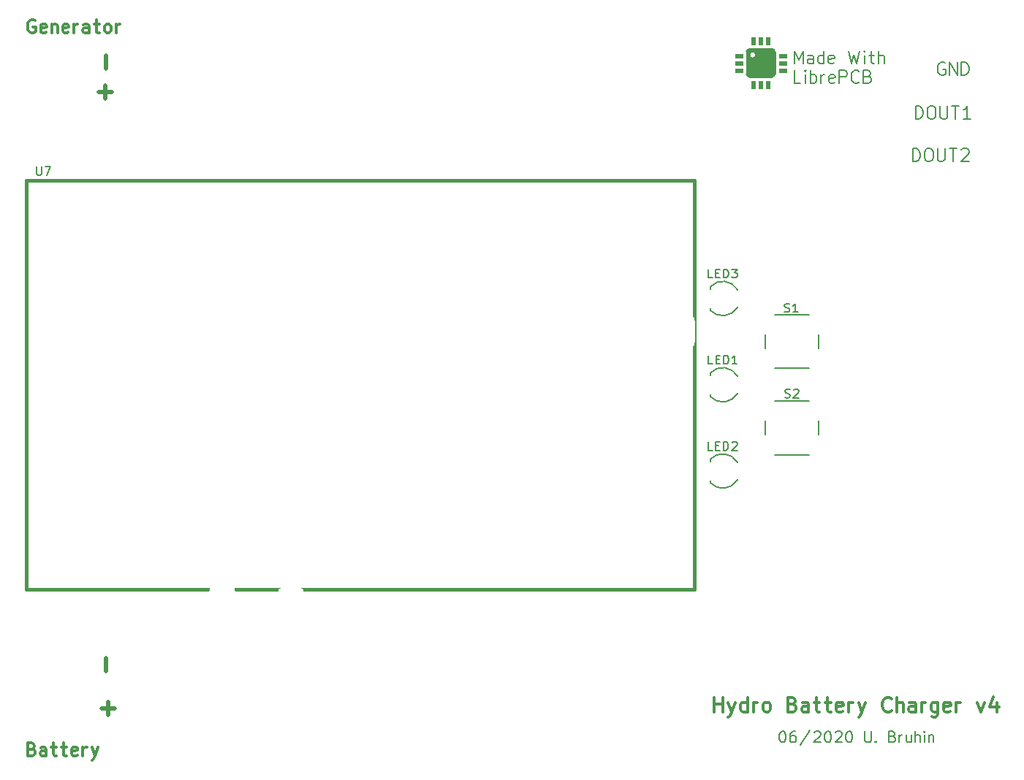
<source format=gto>
G04 --- HEADER BEGIN --- *
%TF.GenerationSoftware,LibrePCB,LibrePCB,0.1.4*%
%TF.CreationDate,2020-06-28T21:35:14*%
%TF.ProjectId,Hydro Battery Charger - default,71762d7e-e7f1-403c-8020-db9670c01e9b,v4*%
%TF.Part,Single*%
%FSLAX66Y66*%
%MOMM*%
G01*
G74*
G04 --- HEADER END --- *
G04 --- APERTURE LIST BEGIN --- *
%ADD10C,0.2*%
%ADD11C,0.0*%
%ADD12C,0.4*%
%ADD13C,0.5*%
%ADD14C,0.3*%
%ADD15C,1.7*%
%ADD16C,2.0*%
%ADD17R,2.39X1.787*%
%ADD18C,2.5*%
%ADD19O,3.2X2.0*%
%ADD20O,3.2X1.7*%
%ADD21O,4.2X3.0*%
%ADD22O,4.2X2.74*%
%ADD23C,4.2*%
%ADD24R,2.0X2.0*%
%ADD25R,1.787X2.39*%
%ADD26O,2.232X4.264*%
%ADD27O,2.39X1.787*%
%ADD28C,3.4*%
%ADD29C,2.7*%
%ADD30O,2.0X2.7*%
%ADD31R,2.0X2.7*%
%ADD32O,2.0X3.0*%
%ADD33O,3.0X4.2*%
%ADD34O,2.74X1.7*%
%ADD35O,2.0X3.2*%
%ADD36O,1.7X3.2*%
G04 --- APERTURE LIST END --- *
G04 --- BOARD BEGIN --- *
D10*
X80030000Y51100000D02*
X80030000Y51360000D01*
G75*
G02*
X83220000Y51000000I1461807J-1360238D01*
G01*
X80030000Y48900000D02*
X80030000Y48640000D01*
G03*
X83220000Y49000000I1461807J1360238D01*
G01*
X91500000Y41900000D02*
X87500000Y41900000D01*
X86400000Y44200000D02*
X86400000Y45800000D01*
X92600000Y45800000D02*
X92600000Y44200000D01*
X87500000Y48100000D02*
X91500000Y48100000D01*
D11*
X87999750Y86677500D02*
X88846750Y86677500D01*
X88846750Y86254500D01*
X87999750Y86254500D01*
X87999750Y86677500D01*
G36*
X87999750Y86677500D02*
X88846750Y86677500D01*
X88846750Y86254500D01*
X87999750Y86254500D01*
X87999750Y86677500D01*
G37*
X85672750Y89428500D02*
X86094750Y89428500D01*
X86094750Y90275500D01*
X85672750Y90275500D01*
X85672750Y89428500D01*
G36*
X85672750Y89428500D02*
X86094750Y89428500D01*
X86094750Y90275500D01*
X85672750Y90275500D01*
X85672750Y89428500D01*
G37*
X84825750Y89428500D02*
X85248750Y89428500D01*
X85248750Y90275500D01*
X84825750Y90275500D01*
X84825750Y89428500D01*
G36*
X84825750Y89428500D02*
X85248750Y89428500D01*
X85248750Y90275500D01*
X84825750Y90275500D01*
X84825750Y89428500D01*
G37*
X83767750Y88370500D02*
X82920750Y88370500D01*
X82920750Y87947500D01*
X83767750Y87947500D01*
X83767750Y88370500D01*
G36*
X83767750Y88370500D02*
X82920750Y88370500D01*
X82920750Y87947500D01*
X83767750Y87947500D01*
X83767750Y88370500D01*
G37*
X85672750Y85196500D02*
X86094750Y85196500D01*
X86094750Y84349500D01*
X85672750Y84349500D01*
X85672750Y85196500D01*
G36*
X85672750Y85196500D02*
X86094750Y85196500D01*
X86094750Y84349500D01*
X85672750Y84349500D01*
X85672750Y85196500D01*
G37*
X84613750Y89005500D02*
X87153750Y89005500D01*
G02*
X87576750Y88582500I0J-423000D01*
G01*
X87576750Y86042500D01*
G02*
X87153750Y85619500I-423000J0D01*
G01*
X84613750Y85619500D01*
G02*
X84190750Y86042500I0J423000D01*
G01*
X84190750Y88242500D01*
X84620750Y88242500D01*
G03*
X84953750Y87909100I333200J-200D01*
G01*
G03*
X85287150Y88242500I0J333400D01*
G01*
G03*
X84953750Y88575500I-333200J-200D01*
G01*
G03*
X84620750Y88242500I0J-333000D01*
G01*
X84190750Y88242500D01*
X84190750Y88582500D01*
G02*
X84613750Y89005500I423000J0D01*
G01*
G36*
X84613750Y89005500D02*
X87153750Y89005500D01*
G02*
X87576750Y88582500I0J-423000D01*
G01*
X87576750Y86042500D01*
G02*
X87153750Y85619500I-423000J0D01*
G01*
X84613750Y85619500D01*
G02*
X84190750Y86042500I0J423000D01*
G01*
X84190750Y88242500D01*
X84620750Y88242500D01*
G03*
X84953750Y87909100I333200J-200D01*
G01*
G03*
X85287150Y88242500I0J333400D01*
G01*
G03*
X84953750Y88575500I-333200J-200D01*
G01*
G03*
X84620750Y88242500I0J-333000D01*
G01*
X84190750Y88242500D01*
X84190750Y88582500D01*
G02*
X84613750Y89005500I423000J0D01*
G01*
G37*
X87999750Y88370500D02*
X88846750Y88370500D01*
X88846750Y87947500D01*
X87999750Y87947500D01*
X87999750Y88370500D01*
G36*
X87999750Y88370500D02*
X88846750Y88370500D01*
X88846750Y87947500D01*
X87999750Y87947500D01*
X87999750Y88370500D01*
G37*
X86518750Y89428500D02*
X86941750Y89428500D01*
X86941750Y90275500D01*
X86518750Y90275500D01*
X86518750Y89428500D01*
G36*
X86518750Y89428500D02*
X86941750Y89428500D01*
X86941750Y90275500D01*
X86518750Y90275500D01*
X86518750Y89428500D01*
G37*
X83767750Y87523500D02*
X82920750Y87523500D01*
X82920750Y87101500D01*
X83767750Y87101500D01*
X83767750Y87523500D01*
G36*
X83767750Y87523500D02*
X82920750Y87523500D01*
X82920750Y87101500D01*
X83767750Y87101500D01*
X83767750Y87523500D01*
G37*
X84825750Y85196500D02*
X85248750Y85196500D01*
X85248750Y84349500D01*
X84825750Y84349500D01*
X84825750Y85196500D01*
G36*
X84825750Y85196500D02*
X85248750Y85196500D01*
X85248750Y84349500D01*
X84825750Y84349500D01*
X84825750Y85196500D01*
G37*
X83767750Y86677500D02*
X82920750Y86677500D01*
X82920750Y86254500D01*
X83767750Y86254500D01*
X83767750Y86677500D01*
G36*
X83767750Y86677500D02*
X82920750Y86677500D01*
X82920750Y86254500D01*
X83767750Y86254500D01*
X83767750Y86677500D01*
G37*
X86518750Y85196500D02*
X86941750Y85196500D01*
X86941750Y84349500D01*
X86518750Y84349500D01*
X86518750Y85196500D01*
G36*
X86518750Y85196500D02*
X86941750Y85196500D01*
X86941750Y84349500D01*
X86518750Y84349500D01*
X86518750Y85196500D01*
G37*
X87999750Y87523500D02*
X88846750Y87523500D01*
X88846750Y87101500D01*
X87999750Y87101500D01*
X87999750Y87523500D01*
G36*
X87999750Y87523500D02*
X88846750Y87523500D01*
X88846750Y87101500D01*
X87999750Y87101500D01*
X87999750Y87523500D01*
G37*
D10*
X89796250Y87211250D02*
X89796250Y88711250D01*
X90296250Y87639583D01*
X90796250Y88711250D01*
X90796250Y87211250D01*
X92011250Y87211250D02*
X92011250Y87996250D01*
X91939583Y88139583D01*
X91796250Y88211250D01*
X91511250Y88211250D01*
X91367917Y88139583D01*
X92011250Y87282917D02*
X91867917Y87211250D01*
X91511250Y87211250D01*
X91367917Y87282917D01*
X91296250Y87426250D01*
X91296250Y87567917D01*
X91367917Y87711250D01*
X91511250Y87782917D01*
X91867917Y87782917D01*
X92011250Y87854583D01*
X93226250Y87211250D02*
X93226250Y88711250D01*
X93226250Y87282917D02*
X93082917Y87211250D01*
X92796250Y87211250D01*
X92654583Y87282917D01*
X92582917Y87354583D01*
X92511250Y87496250D01*
X92511250Y87926250D01*
X92582917Y88067917D01*
X92654583Y88139583D01*
X92796250Y88211250D01*
X93082917Y88211250D01*
X93226250Y88139583D01*
X94369583Y87282917D02*
X94226250Y87211250D01*
X93941250Y87211250D01*
X93797917Y87282917D01*
X93726250Y87426250D01*
X93726250Y87996250D01*
X93797917Y88139583D01*
X93941250Y88211250D01*
X94226250Y88211250D01*
X94369583Y88139583D01*
X94441250Y87996250D01*
X94441250Y87854583D01*
X93726250Y87711250D01*
X96041249Y88711250D02*
X96397916Y87211250D01*
X96684582Y88282917D01*
X96969582Y87211250D01*
X97326249Y88711250D01*
X97897916Y87211250D02*
X97897916Y88211250D01*
X97897916Y88711250D02*
X97826249Y88639583D01*
X97897916Y88567917D01*
X97969582Y88639583D01*
X97897916Y88711250D01*
X97897916Y88567917D01*
X98469582Y88211250D02*
X99041249Y88211250D01*
X98684582Y88711250D02*
X98684582Y87426250D01*
X98754582Y87282917D01*
X98897915Y87211250D01*
X99041249Y87211250D01*
X99541249Y87211250D02*
X99541249Y88711250D01*
X100184582Y87211250D02*
X100184582Y87996250D01*
X100112916Y88139583D01*
X99969582Y88211250D01*
X99756249Y88211250D01*
X99612916Y88139583D01*
X99541249Y88067917D01*
X90511250Y84961250D02*
X89796250Y84961250D01*
X89796250Y86461250D01*
X91082917Y84961250D02*
X91082917Y85961250D01*
X91082917Y86461250D02*
X91011250Y86389583D01*
X91082917Y86317917D01*
X91154583Y86389583D01*
X91082917Y86461250D01*
X91082917Y86317917D01*
X91654583Y84961250D02*
X91654583Y86461250D01*
X91654583Y85889583D02*
X91797916Y85961250D01*
X92082916Y85961250D01*
X92226250Y85889583D01*
X92297916Y85817917D01*
X92369583Y85676250D01*
X92369583Y85246250D01*
X92297916Y85104583D01*
X92226250Y85032917D01*
X92082916Y84961250D01*
X91797916Y84961250D01*
X91654583Y85032917D01*
X92869583Y84961250D02*
X92869583Y85961250D01*
X92869583Y85676250D02*
X92941250Y85817917D01*
X93012916Y85889583D01*
X93154583Y85961250D01*
X93297916Y85961250D01*
X94441249Y85032917D02*
X94297916Y84961250D01*
X94012916Y84961250D01*
X93869583Y85032917D01*
X93797916Y85176250D01*
X93797916Y85746250D01*
X93869583Y85889583D01*
X94012916Y85961250D01*
X94297916Y85961250D01*
X94441249Y85889583D01*
X94512916Y85746250D01*
X94512916Y85604583D01*
X93797916Y85461250D01*
X95012916Y84961250D02*
X95012916Y86461250D01*
X95584583Y86461250D01*
X95727916Y86389583D01*
X95797916Y86317917D01*
X95869583Y86176250D01*
X95869583Y85961250D01*
X95797916Y85817917D01*
X95727916Y85746250D01*
X95584583Y85676250D01*
X95012916Y85676250D01*
X97297916Y85104583D02*
X97226250Y85032917D01*
X97012916Y84961250D01*
X96869583Y84961250D01*
X96654583Y85032917D01*
X96512916Y85176250D01*
X96441250Y85317917D01*
X96369583Y85604583D01*
X96369583Y85817917D01*
X96441250Y86104583D01*
X96512916Y86246250D01*
X96654583Y86389583D01*
X96869583Y86461250D01*
X97012916Y86461250D01*
X97226250Y86389583D01*
X97297916Y86317917D01*
X98297916Y85746250D02*
X98512916Y85676250D01*
X98582916Y85604583D01*
X98654583Y85461250D01*
X98654583Y85246250D01*
X98582916Y85104583D01*
X98512916Y85032917D01*
X98369583Y84961250D01*
X97797916Y84961250D01*
X97797916Y86461250D01*
X98297916Y86461250D01*
X98441249Y86389583D01*
X98512916Y86317917D01*
X98582916Y86176250D01*
X98582916Y86032917D01*
X98512916Y85889583D01*
X98441249Y85817917D01*
X98297916Y85746250D01*
X97797916Y85746250D01*
X80030000Y61100000D02*
X80030000Y61360000D01*
G02*
X83220000Y61000000I1461807J-1360238D01*
G01*
X80030000Y58900000D02*
X80030000Y58640000D01*
G03*
X83220000Y59000000I1461807J1360238D01*
G01*
D12*
X800000Y26300000D02*
X800000Y73700000D01*
X78200000Y73700000D01*
X78200000Y26300000D01*
X800000Y26300000D01*
D10*
X80030000Y41100000D02*
X80030000Y41360000D01*
G02*
X83220000Y41000000I1461807J-1360238D01*
G01*
X80030000Y38900000D02*
X80030000Y38640000D01*
G03*
X83220000Y39000000I1461807J1360238D01*
G01*
X87500000Y58100000D02*
X91500000Y58100000D01*
X92600000Y55800000D02*
X92600000Y54200000D01*
X86400000Y54200000D02*
X86400000Y55800000D01*
X91500000Y51900000D02*
X87500000Y51900000D01*
D13*
X9525000Y12509722D02*
X11049444Y12509722D01*
X10287222Y11747500D02*
X10287222Y13271944D01*
D14*
X1452500Y7770000D02*
X1667500Y7700000D01*
X1737500Y7628333D01*
X1809167Y7485000D01*
X1809167Y7270000D01*
X1737500Y7128333D01*
X1667500Y7056667D01*
X1524167Y6985000D01*
X952500Y6985000D01*
X952500Y8485000D01*
X1452500Y8485000D01*
X1595833Y8413333D01*
X1667500Y8341667D01*
X1737500Y8200000D01*
X1737500Y8056667D01*
X1667500Y7913333D01*
X1595833Y7841667D01*
X1452500Y7770000D01*
X952500Y7770000D01*
X3124167Y6985000D02*
X3124167Y7770000D01*
X3052500Y7913333D01*
X2909167Y7985000D01*
X2624167Y7985000D01*
X2480834Y7913333D01*
X3124167Y7056667D02*
X2980834Y6985000D01*
X2624167Y6985000D01*
X2480834Y7056667D01*
X2409167Y7200000D01*
X2409167Y7341667D01*
X2480834Y7485000D01*
X2624167Y7556667D01*
X2980834Y7556667D01*
X3124167Y7628333D01*
X3724167Y7985000D02*
X4295834Y7985000D01*
X3939167Y8485000D02*
X3939167Y7200000D01*
X4009167Y7056667D01*
X4152500Y6985000D01*
X4295834Y6985000D01*
X4895834Y7985000D02*
X5467501Y7985000D01*
X5110834Y8485000D02*
X5110834Y7200000D01*
X5180834Y7056667D01*
X5324167Y6985000D01*
X5467501Y6985000D01*
X6710834Y7056667D02*
X6567501Y6985000D01*
X6282501Y6985000D01*
X6139168Y7056667D01*
X6067501Y7200000D01*
X6067501Y7770000D01*
X6139168Y7913333D01*
X6282501Y7985000D01*
X6567501Y7985000D01*
X6710834Y7913333D01*
X6782501Y7770000D01*
X6782501Y7628333D01*
X6067501Y7485000D01*
X7382501Y6985000D02*
X7382501Y7985000D01*
X7382501Y7700000D02*
X7454168Y7841667D01*
X7525834Y7913333D01*
X7667501Y7985000D01*
X7810834Y7985000D01*
X8410834Y7985000D02*
X8767501Y6985000D01*
X9125834Y7985000D02*
X8767501Y6985000D01*
X8625834Y6628333D01*
X8554167Y6556667D01*
X8410834Y6485000D01*
X1809167Y92233333D02*
X1667500Y92305000D01*
X1452500Y92305000D01*
X1237500Y92233333D01*
X1095833Y92090000D01*
X1024167Y91948333D01*
X952500Y91661667D01*
X952500Y91448333D01*
X1024167Y91161667D01*
X1095833Y91020000D01*
X1237500Y90876667D01*
X1452500Y90805000D01*
X1595833Y90805000D01*
X1809167Y90876667D01*
X1880833Y90948333D01*
X1880833Y91448333D01*
X1595833Y91448333D01*
X3124166Y90876667D02*
X2980833Y90805000D01*
X2695833Y90805000D01*
X2552500Y90876667D01*
X2480833Y91020000D01*
X2480833Y91590000D01*
X2552500Y91733333D01*
X2695833Y91805000D01*
X2980833Y91805000D01*
X3124166Y91733333D01*
X3195833Y91590000D01*
X3195833Y91448333D01*
X2480833Y91305000D01*
X3795833Y91805000D02*
X3795833Y90805000D01*
X3795833Y91661667D02*
X3867500Y91733333D01*
X4010833Y91805000D01*
X4224166Y91805000D01*
X4367500Y91733333D01*
X4439166Y91590000D01*
X4439166Y90805000D01*
X5682499Y90876667D02*
X5539166Y90805000D01*
X5254166Y90805000D01*
X5110833Y90876667D01*
X5039166Y91020000D01*
X5039166Y91590000D01*
X5110833Y91733333D01*
X5254166Y91805000D01*
X5539166Y91805000D01*
X5682499Y91733333D01*
X5754166Y91590000D01*
X5754166Y91448333D01*
X5039166Y91305000D01*
X6354166Y90805000D02*
X6354166Y91805000D01*
X6354166Y91520000D02*
X6425833Y91661667D01*
X6497499Y91733333D01*
X6639166Y91805000D01*
X6782499Y91805000D01*
X8097499Y90805000D02*
X8097499Y91590000D01*
X8025832Y91733333D01*
X7882499Y91805000D01*
X7597499Y91805000D01*
X7454166Y91733333D01*
X8097499Y90876667D02*
X7954166Y90805000D01*
X7597499Y90805000D01*
X7454166Y90876667D01*
X7382499Y91020000D01*
X7382499Y91161667D01*
X7454166Y91305000D01*
X7597499Y91376667D01*
X7954166Y91376667D01*
X8097499Y91448333D01*
X8697499Y91805000D02*
X9269166Y91805000D01*
X8912499Y92305000D02*
X8912499Y91020000D01*
X8982499Y90876667D01*
X9125832Y90805000D01*
X9269166Y90805000D01*
X10154166Y90805000D02*
X10012499Y90876667D01*
X9940833Y90948333D01*
X9869166Y91090000D01*
X9869166Y91520000D01*
X9940833Y91661667D01*
X10012499Y91733333D01*
X10154166Y91805000D01*
X10369166Y91805000D01*
X10512499Y91733333D01*
X10584166Y91661667D01*
X10654166Y91520000D01*
X10654166Y91090000D01*
X10584166Y90948333D01*
X10512499Y90876667D01*
X10369166Y90805000D01*
X10154166Y90805000D01*
X11254166Y90805000D02*
X11254166Y91805000D01*
X11254166Y91520000D02*
X11325833Y91661667D01*
X11397499Y91733333D01*
X11539166Y91805000D01*
X11682499Y91805000D01*
D13*
X10032778Y16827500D02*
X10032778Y18351944D01*
D10*
X103505000Y75882500D02*
X103505000Y77382500D01*
X103861667Y77382500D01*
X104076667Y77310833D01*
X104220000Y77167500D01*
X104290000Y77025833D01*
X104361667Y76739167D01*
X104361667Y76525833D01*
X104290000Y76239167D01*
X104220000Y76097500D01*
X104076667Y75954167D01*
X103861667Y75882500D01*
X103505000Y75882500D01*
X105218334Y77382500D02*
X105505000Y77382500D01*
X105646667Y77310833D01*
X105790000Y77167500D01*
X105861667Y76882500D01*
X105861667Y76382500D01*
X105790000Y76097500D01*
X105646667Y75954167D01*
X105505000Y75882500D01*
X105218334Y75882500D01*
X105076667Y75954167D01*
X104933334Y76097500D01*
X104861667Y76382500D01*
X104861667Y76882500D01*
X104933334Y77167500D01*
X105076667Y77310833D01*
X105218334Y77382500D01*
X106361667Y77382500D02*
X106361667Y76167500D01*
X106433334Y76025833D01*
X106505000Y75954167D01*
X106646667Y75882500D01*
X106933334Y75882500D01*
X107076667Y75954167D01*
X107146667Y76025833D01*
X107218334Y76167500D01*
X107218334Y77382500D01*
X107718334Y77382500D02*
X108575001Y77382500D01*
X108146667Y75882500D02*
X108146667Y77382500D01*
X109146668Y77239167D02*
X109218334Y77310833D01*
X109360001Y77382500D01*
X109718334Y77382500D01*
X109860001Y77310833D01*
X109931668Y77239167D01*
X110003334Y77097500D01*
X110003334Y76954167D01*
X109931668Y76739167D01*
X109075001Y75882500D01*
X110003334Y75882500D01*
D14*
X80518587Y12065000D02*
X80518587Y13765000D01*
X80518587Y12954667D02*
X81489476Y12954667D01*
X81489476Y12065000D02*
X81489476Y13765000D01*
X82129476Y13198333D02*
X82533698Y12065000D01*
X82939809Y13198333D02*
X82533698Y12065000D01*
X82373143Y11660778D01*
X82291920Y11579556D01*
X82129476Y11498333D01*
X84390142Y12065000D02*
X84390142Y13765000D01*
X84390142Y12146222D02*
X84227698Y12065000D01*
X83902809Y12065000D01*
X83742253Y12146222D01*
X83661031Y12227444D01*
X83579809Y12388000D01*
X83579809Y12875333D01*
X83661031Y13035889D01*
X83742253Y13117111D01*
X83902809Y13198333D01*
X84227698Y13198333D01*
X84390142Y13117111D01*
X85030142Y12065000D02*
X85030142Y13198333D01*
X85030142Y12875333D02*
X85111364Y13035889D01*
X85192586Y13117111D01*
X85353142Y13198333D01*
X85515586Y13198333D01*
X86478586Y12065000D02*
X86318030Y12146222D01*
X86236808Y12227444D01*
X86155586Y12388000D01*
X86155586Y12875333D01*
X86236808Y13035889D01*
X86318030Y13117111D01*
X86478586Y13198333D01*
X86722253Y13198333D01*
X86884697Y13117111D01*
X86965919Y13035889D01*
X87045253Y12875333D01*
X87045253Y12388000D01*
X86965919Y12227444D01*
X86884697Y12146222D01*
X86722253Y12065000D01*
X86478586Y12065000D01*
X89571919Y12954667D02*
X89815585Y12875333D01*
X89894919Y12794111D01*
X89976141Y12631667D01*
X89976141Y12388000D01*
X89894919Y12227444D01*
X89815585Y12146222D01*
X89653141Y12065000D01*
X89005252Y12065000D01*
X89005252Y13765000D01*
X89571919Y13765000D01*
X89734363Y13683778D01*
X89815585Y13602556D01*
X89894919Y13442000D01*
X89894919Y13279556D01*
X89815585Y13117111D01*
X89734363Y13035889D01*
X89571919Y12954667D01*
X89005252Y12954667D01*
X91426474Y12065000D02*
X91426474Y12954667D01*
X91345252Y13117111D01*
X91182808Y13198333D01*
X90859808Y13198333D01*
X90697363Y13117111D01*
X91426474Y12146222D02*
X91264030Y12065000D01*
X90859808Y12065000D01*
X90697363Y12146222D01*
X90616141Y12308667D01*
X90616141Y12469222D01*
X90697363Y12631667D01*
X90859808Y12712889D01*
X91264030Y12712889D01*
X91426474Y12794111D01*
X92066474Y13198333D02*
X92714363Y13198333D01*
X92310141Y13765000D02*
X92310141Y12308667D01*
X92389474Y12146222D01*
X92551918Y12065000D01*
X92714363Y12065000D01*
X93354363Y13198333D02*
X94002252Y13198333D01*
X93598030Y13765000D02*
X93598030Y12308667D01*
X93677363Y12146222D01*
X93839807Y12065000D01*
X94002252Y12065000D01*
X95371363Y12146222D02*
X95208919Y12065000D01*
X94885919Y12065000D01*
X94723474Y12146222D01*
X94642252Y12308667D01*
X94642252Y12954667D01*
X94723474Y13117111D01*
X94885919Y13198333D01*
X95208919Y13198333D01*
X95371363Y13117111D01*
X95452585Y12954667D01*
X95452585Y12794111D01*
X94642252Y12631667D01*
X96092585Y12065000D02*
X96092585Y13198333D01*
X96092585Y12875333D02*
X96173807Y13035889D01*
X96255029Y13117111D01*
X96415585Y13198333D01*
X96578029Y13198333D01*
X97218029Y13198333D02*
X97622251Y12065000D01*
X98028362Y13198333D02*
X97622251Y12065000D01*
X97461696Y11660778D01*
X97380473Y11579556D01*
X97218029Y11498333D01*
X101040472Y12227444D02*
X100959250Y12146222D01*
X100717472Y12065000D01*
X100555028Y12065000D01*
X100311361Y12146222D01*
X100150805Y12308667D01*
X100069583Y12469222D01*
X99988361Y12794111D01*
X99988361Y13035889D01*
X100069583Y13360778D01*
X100150805Y13521333D01*
X100311361Y13683778D01*
X100555028Y13765000D01*
X100717472Y13765000D01*
X100959250Y13683778D01*
X101040472Y13602556D01*
X101680472Y12065000D02*
X101680472Y13765000D01*
X102409583Y12065000D02*
X102409583Y12954667D01*
X102328361Y13117111D01*
X102165916Y13198333D01*
X101924139Y13198333D01*
X101761694Y13117111D01*
X101680472Y13035889D01*
X103859916Y12065000D02*
X103859916Y12954667D01*
X103778694Y13117111D01*
X103616250Y13198333D01*
X103293250Y13198333D01*
X103130805Y13117111D01*
X103859916Y12146222D02*
X103697472Y12065000D01*
X103293250Y12065000D01*
X103130805Y12146222D01*
X103049583Y12308667D01*
X103049583Y12469222D01*
X103130805Y12631667D01*
X103293250Y12712889D01*
X103697472Y12712889D01*
X103859916Y12794111D01*
X104499916Y12065000D02*
X104499916Y13198333D01*
X104499916Y12875333D02*
X104581138Y13035889D01*
X104662360Y13117111D01*
X104822916Y13198333D01*
X104985360Y13198333D01*
X106435693Y13198333D02*
X106435693Y11821333D01*
X106354471Y11660778D01*
X106273249Y11579556D01*
X106110804Y11498333D01*
X105869027Y11498333D01*
X105706582Y11579556D01*
X106435693Y12146222D02*
X106273249Y12065000D01*
X105948360Y12065000D01*
X105787804Y12146222D01*
X105706582Y12227444D01*
X105625360Y12388000D01*
X105625360Y12875333D01*
X105706582Y13035889D01*
X105787804Y13117111D01*
X105948360Y13198333D01*
X106273249Y13198333D01*
X106435693Y13117111D01*
X107804804Y12146222D02*
X107642360Y12065000D01*
X107319360Y12065000D01*
X107156915Y12146222D01*
X107075693Y12308667D01*
X107075693Y12954667D01*
X107156915Y13117111D01*
X107319360Y13198333D01*
X107642360Y13198333D01*
X107804804Y13117111D01*
X107886026Y12954667D01*
X107886026Y12794111D01*
X107075693Y12631667D01*
X108526026Y12065000D02*
X108526026Y13198333D01*
X108526026Y12875333D02*
X108607248Y13035889D01*
X108688470Y13117111D01*
X108849026Y13198333D01*
X109011470Y13198333D01*
X110971469Y13198333D02*
X111375691Y12065000D01*
X111781802Y13198333D01*
X113232135Y13198333D02*
X113232135Y12065000D01*
X112826024Y13846222D02*
X112421802Y12631667D01*
X113473913Y12631667D01*
D13*
X9207500Y83947222D02*
X10731944Y83947222D01*
X9969722Y83185000D02*
X9969722Y84709444D01*
D10*
X88370474Y9842500D02*
X88494696Y9842500D01*
X88618919Y9780389D01*
X88681030Y9718278D01*
X88741696Y9595500D01*
X88803807Y9347056D01*
X88803807Y9037944D01*
X88741696Y8789500D01*
X88681030Y8666722D01*
X88618919Y8604611D01*
X88494696Y8542500D01*
X88370474Y8542500D01*
X88247696Y8604611D01*
X88185585Y8666722D01*
X88123474Y8789500D01*
X88061363Y9037944D01*
X88061363Y9347056D01*
X88123474Y9595500D01*
X88185585Y9718278D01*
X88247696Y9780389D01*
X88370474Y9842500D01*
X89883474Y9842500D02*
X89635029Y9842500D01*
X89510807Y9780389D01*
X89450140Y9718278D01*
X89325918Y9533389D01*
X89263807Y9284944D01*
X89263807Y8789500D01*
X89325918Y8666722D01*
X89388029Y8604611D01*
X89510807Y8542500D01*
X89759251Y8542500D01*
X89883474Y8604611D01*
X89944140Y8666722D01*
X90006251Y8789500D01*
X90006251Y9100056D01*
X89944140Y9222833D01*
X89883474Y9284944D01*
X89759251Y9347056D01*
X89510807Y9347056D01*
X89388029Y9284944D01*
X89325918Y9222833D01*
X89263807Y9100056D01*
X91579918Y9904611D02*
X90466251Y8233389D01*
X92102029Y9718278D02*
X92164140Y9780389D01*
X92286918Y9842500D01*
X92597474Y9842500D01*
X92720251Y9780389D01*
X92782362Y9718278D01*
X92844474Y9595500D01*
X92844474Y9471278D01*
X92782362Y9284944D01*
X92039918Y8542500D01*
X92844474Y8542500D01*
X93613585Y9842500D02*
X93737807Y9842500D01*
X93862030Y9780389D01*
X93924141Y9718278D01*
X93984807Y9595500D01*
X94046918Y9347056D01*
X94046918Y9037944D01*
X93984807Y8789500D01*
X93924141Y8666722D01*
X93862030Y8604611D01*
X93737807Y8542500D01*
X93613585Y8542500D01*
X93490807Y8604611D01*
X93428696Y8666722D01*
X93366585Y8789500D01*
X93304474Y9037944D01*
X93304474Y9347056D01*
X93366585Y9595500D01*
X93428696Y9718278D01*
X93490807Y9780389D01*
X93613585Y9842500D01*
X94569029Y9718278D02*
X94631140Y9780389D01*
X94753918Y9842500D01*
X95064474Y9842500D01*
X95187251Y9780389D01*
X95249362Y9718278D01*
X95311474Y9595500D01*
X95311474Y9471278D01*
X95249362Y9284944D01*
X94506918Y8542500D01*
X95311474Y8542500D01*
X96080585Y9842500D02*
X96204807Y9842500D01*
X96329030Y9780389D01*
X96391141Y9718278D01*
X96451807Y9595500D01*
X96513918Y9347056D01*
X96513918Y9037944D01*
X96451807Y8789500D01*
X96391141Y8666722D01*
X96329030Y8604611D01*
X96204807Y8542500D01*
X96080585Y8542500D01*
X95957807Y8604611D01*
X95895696Y8666722D01*
X95833585Y8789500D01*
X95771474Y9037944D01*
X95771474Y9347056D01*
X95833585Y9595500D01*
X95895696Y9718278D01*
X95957807Y9780389D01*
X96080585Y9842500D01*
X97953917Y9842500D02*
X97953917Y8789500D01*
X98016028Y8666722D01*
X98078139Y8604611D01*
X98200917Y8542500D01*
X98449361Y8542500D01*
X98573584Y8604611D01*
X98634250Y8666722D01*
X98696361Y8789500D01*
X98696361Y9842500D01*
X99218472Y8666722D02*
X99280583Y8604611D01*
X99218472Y8542500D01*
X99156361Y8604611D01*
X99218472Y8666722D01*
X99218472Y8542500D01*
X101153915Y9222833D02*
X101340249Y9162167D01*
X101400915Y9100056D01*
X101463026Y8975833D01*
X101463026Y8789500D01*
X101400915Y8666722D01*
X101340249Y8604611D01*
X101216026Y8542500D01*
X100720582Y8542500D01*
X100720582Y9842500D01*
X101153915Y9842500D01*
X101278138Y9780389D01*
X101340249Y9718278D01*
X101400915Y9595500D01*
X101400915Y9471278D01*
X101340249Y9347056D01*
X101278138Y9284944D01*
X101153915Y9222833D01*
X100720582Y9222833D01*
X101923026Y8542500D02*
X101923026Y9409167D01*
X101923026Y9162167D02*
X101985137Y9284944D01*
X102047248Y9347056D01*
X102170026Y9409167D01*
X102294248Y9409167D01*
X103311804Y9409167D02*
X103311804Y8542500D01*
X102754248Y9409167D02*
X102754248Y8728833D01*
X102816359Y8604611D01*
X102940581Y8542500D01*
X103125470Y8542500D01*
X103249692Y8604611D01*
X103311804Y8666722D01*
X103771804Y8542500D02*
X103771804Y9842500D01*
X104329360Y8542500D02*
X104329360Y9222833D01*
X104267248Y9347056D01*
X104143026Y9409167D01*
X103958137Y9409167D01*
X103833915Y9347056D01*
X103771804Y9284944D01*
X104851471Y8542500D02*
X104851471Y9409167D01*
X104851471Y9842500D02*
X104789360Y9780389D01*
X104851471Y9718278D01*
X104913582Y9780389D01*
X104851471Y9842500D01*
X104851471Y9718278D01*
X105373582Y9409167D02*
X105373582Y8542500D01*
X105373582Y9284944D02*
X105435693Y9347056D01*
X105559915Y9409167D01*
X105744804Y9409167D01*
X105869026Y9347056D01*
X105931138Y9222833D01*
X105931138Y8542500D01*
X107219167Y87312083D02*
X107077500Y87383750D01*
X106862500Y87383750D01*
X106647500Y87312083D01*
X106505833Y87168750D01*
X106434167Y87027083D01*
X106362500Y86740417D01*
X106362500Y86527083D01*
X106434167Y86240417D01*
X106505833Y86098750D01*
X106647500Y85955417D01*
X106862500Y85883750D01*
X107005833Y85883750D01*
X107219167Y85955417D01*
X107290833Y86027083D01*
X107290833Y86527083D01*
X107005833Y86527083D01*
X107790833Y85883750D02*
X107790833Y87383750D01*
X108647500Y85883750D01*
X108647500Y87383750D01*
X109147500Y85883750D02*
X109147500Y87383750D01*
X109504167Y87383750D01*
X109719167Y87312083D01*
X109862500Y87168750D01*
X109932500Y87027083D01*
X110004167Y86740417D01*
X110004167Y86527083D01*
X109932500Y86240417D01*
X109862500Y86098750D01*
X109719167Y85955417D01*
X109504167Y85883750D01*
X109147500Y85883750D01*
X103822500Y80803750D02*
X103822500Y82303750D01*
X104179167Y82303750D01*
X104394167Y82232083D01*
X104537500Y82088750D01*
X104607500Y81947083D01*
X104679167Y81660417D01*
X104679167Y81447083D01*
X104607500Y81160417D01*
X104537500Y81018750D01*
X104394167Y80875417D01*
X104179167Y80803750D01*
X103822500Y80803750D01*
X105535834Y82303750D02*
X105822500Y82303750D01*
X105964167Y82232083D01*
X106107500Y82088750D01*
X106179167Y81803750D01*
X106179167Y81303750D01*
X106107500Y81018750D01*
X105964167Y80875417D01*
X105822500Y80803750D01*
X105535834Y80803750D01*
X105394167Y80875417D01*
X105250834Y81018750D01*
X105179167Y81303750D01*
X105179167Y81803750D01*
X105250834Y82088750D01*
X105394167Y82232083D01*
X105535834Y82303750D01*
X106679167Y82303750D02*
X106679167Y81088750D01*
X106750834Y80947083D01*
X106822500Y80875417D01*
X106964167Y80803750D01*
X107250834Y80803750D01*
X107394167Y80875417D01*
X107464167Y80947083D01*
X107535834Y81088750D01*
X107535834Y82303750D01*
X108035834Y82303750D02*
X108892501Y82303750D01*
X108464167Y80803750D02*
X108464167Y82303750D01*
X110249168Y80803750D02*
X109392501Y80803750D01*
X109820834Y80803750D02*
X109820834Y82303750D01*
X109677501Y82088750D01*
X109535834Y81947083D01*
X109392501Y81875417D01*
D13*
X10032778Y86677500D02*
X10032778Y88201944D01*
D10*
X80321389Y52401250D02*
X79844722Y52401250D01*
X79844722Y53401250D01*
X80721389Y52924583D02*
X81054722Y52924583D01*
X81198056Y52401250D02*
X80721389Y52401250D01*
X80721389Y53401250D01*
X81198056Y53401250D01*
X81598056Y52401250D02*
X81598056Y53401250D01*
X81835834Y53401250D01*
X81979167Y53353472D01*
X82074723Y53257917D01*
X82121389Y53163472D01*
X82169167Y52972361D01*
X82169167Y52830139D01*
X82121389Y52639028D01*
X82074723Y52544583D01*
X81979167Y52449028D01*
X81835834Y52401250D01*
X81598056Y52401250D01*
X83140278Y52401250D02*
X82569167Y52401250D01*
X82854723Y52401250D02*
X82854723Y53401250D01*
X82759167Y53257917D01*
X82664723Y53163472D01*
X82569167Y53115694D01*
X88705000Y48540278D02*
X88848333Y48492500D01*
X89086111Y48492500D01*
X89181667Y48540278D01*
X89228333Y48588056D01*
X89276111Y48682500D01*
X89276111Y48778056D01*
X89228333Y48873611D01*
X89181667Y48921389D01*
X89086111Y48969167D01*
X88895000Y49015833D01*
X88800556Y49063611D01*
X88752778Y49111389D01*
X88705000Y49206944D01*
X88705000Y49302500D01*
X88752778Y49396944D01*
X88800556Y49444722D01*
X88895000Y49492500D01*
X89133889Y49492500D01*
X89276111Y49444722D01*
X89723889Y49396944D02*
X89771667Y49444722D01*
X89866111Y49492500D01*
X90105000Y49492500D01*
X90199444Y49444722D01*
X90247222Y49396944D01*
X90295000Y49302500D01*
X90295000Y49206944D01*
X90247222Y49063611D01*
X89676111Y48492500D01*
X90295000Y48492500D01*
X80298750Y62402500D02*
X79822083Y62402500D01*
X79822083Y63402500D01*
X80698750Y62925833D02*
X81032083Y62925833D01*
X81175417Y62402500D02*
X80698750Y62402500D01*
X80698750Y63402500D01*
X81175417Y63402500D01*
X81575417Y62402500D02*
X81575417Y63402500D01*
X81813195Y63402500D01*
X81956528Y63354722D01*
X82052084Y63259167D01*
X82098750Y63164722D01*
X82146528Y62973611D01*
X82146528Y62831389D01*
X82098750Y62640278D01*
X82052084Y62545833D01*
X81956528Y62450278D01*
X81813195Y62402500D01*
X81575417Y62402500D01*
X82546528Y63402500D02*
X83165417Y63402500D01*
X82832084Y63021389D01*
X82975417Y63021389D01*
X83069861Y62973611D01*
X83117639Y62925833D01*
X83165417Y62831389D01*
X83165417Y62592500D01*
X83117639Y62498056D01*
X83069861Y62450278D01*
X82975417Y62402500D01*
X82689861Y62402500D01*
X82594306Y62450278D01*
X82546528Y62498056D01*
X2009861Y75288750D02*
X2009861Y74478750D01*
X2057639Y74384306D01*
X2105417Y74336528D01*
X2199861Y74288750D01*
X2390972Y74288750D01*
X2486528Y74336528D01*
X2533194Y74384306D01*
X2580972Y74478750D01*
X2580972Y75288750D01*
X2980972Y75288750D02*
X3647639Y75288750D01*
X3218750Y74288750D01*
X80296250Y42400000D02*
X79819583Y42400000D01*
X79819583Y43400000D01*
X80696250Y42923333D02*
X81029583Y42923333D01*
X81172917Y42400000D02*
X80696250Y42400000D01*
X80696250Y43400000D01*
X81172917Y43400000D01*
X81572917Y42400000D02*
X81572917Y43400000D01*
X81810695Y43400000D01*
X81954028Y43352222D01*
X82049584Y43256667D01*
X82096250Y43162222D01*
X82144028Y42971111D01*
X82144028Y42828889D01*
X82096250Y42637778D01*
X82049584Y42543333D01*
X81954028Y42447778D01*
X81810695Y42400000D01*
X81572917Y42400000D01*
X82591806Y43304444D02*
X82639584Y43352222D01*
X82734028Y43400000D01*
X82972917Y43400000D01*
X83067361Y43352222D01*
X83115139Y43304444D01*
X83162917Y43210000D01*
X83162917Y43114444D01*
X83115139Y42971111D01*
X82544028Y42400000D01*
X83162917Y42400000D01*
X88658889Y58464028D02*
X88802222Y58416250D01*
X89040000Y58416250D01*
X89135556Y58464028D01*
X89182222Y58511806D01*
X89230000Y58606250D01*
X89230000Y58701806D01*
X89182222Y58797361D01*
X89135556Y58845139D01*
X89040000Y58892917D01*
X88848889Y58939583D01*
X88754445Y58987361D01*
X88706667Y59035139D01*
X88658889Y59130694D01*
X88658889Y59226250D01*
X88706667Y59320694D01*
X88754445Y59368472D01*
X88848889Y59416250D01*
X89087778Y59416250D01*
X89230000Y59368472D01*
X90201111Y58416250D02*
X89630000Y58416250D01*
X89915556Y58416250D02*
X89915556Y59416250D01*
X89820000Y59272917D01*
X89725556Y59178472D01*
X89630000Y59130694D01*
%LPC*%
D15*
X80230000Y50000000D03*
X82770000Y50000000D03*
D16*
X92750000Y42755000D03*
X86250000Y47245000D03*
X92750000Y47245000D03*
X86250000Y42755000D03*
D17*
X40481250Y56515000D03*
D18*
X114950000Y44500000D03*
X117450000Y42000000D03*
X114950000Y39500000D03*
D19*
X14605000Y12697500D03*
X14605000Y6847500D03*
X14605000Y29347500D03*
X14605000Y23497500D03*
D20*
X31432500Y20637500D03*
X31432500Y23177500D03*
X31432500Y25717500D03*
D21*
X14922500Y90328750D03*
X30162500Y90328750D03*
D17*
X67627500Y56197500D03*
D15*
X80230000Y60000000D03*
X82770000Y60000000D03*
D17*
X37306250Y56515000D03*
D22*
X7000000Y76920000D03*
X7000000Y82000000D03*
X7000000Y87080000D03*
D17*
X56038750Y24130000D03*
X20320000Y24447500D03*
D23*
X44450000Y10240000D03*
X44450000Y20240000D03*
D16*
X8030000Y51276250D03*
X10570000Y56356250D03*
X8030000Y58896250D03*
X8030000Y41116250D03*
X10570000Y53816250D03*
X10570000Y46196250D03*
X8030000Y46196250D03*
X8030000Y48736250D03*
X8030000Y53816250D03*
X10570000Y48736250D03*
X10570000Y38576250D03*
X10570000Y43656250D03*
X10570000Y51276250D03*
D24*
X10570000Y61436250D03*
D16*
X8030000Y61436250D03*
X8030000Y38576250D03*
X10570000Y58896250D03*
X10570000Y41116250D03*
X8030000Y43656250D03*
X8030000Y56356250D03*
D25*
X53657500Y55245000D03*
X14922500Y93345000D03*
D26*
X77152500Y56197500D03*
X72072500Y56197500D03*
D17*
X107791250Y68897500D03*
D27*
X107791250Y63817500D03*
X107791250Y66357500D03*
D22*
X113000000Y86700000D03*
X113000000Y76540000D03*
X113000000Y66380000D03*
X113000000Y81620000D03*
X113000000Y61300000D03*
X113000000Y71460000D03*
D28*
X102380000Y27700000D03*
D29*
X115080000Y20460000D03*
D28*
X102380000Y23000000D03*
D29*
X115080000Y25540000D03*
D28*
X102380000Y18300000D03*
D30*
X21160000Y71000000D03*
X31320000Y71000000D03*
X33860000Y71000000D03*
X16080000Y71000000D03*
X36400000Y71000000D03*
X44020000Y71000000D03*
X46560000Y71000000D03*
X28780000Y71000000D03*
X18620000Y71000000D03*
X23700000Y71000000D03*
X13540000Y71000000D03*
X38940000Y71000000D03*
X49100000Y71000000D03*
X41480000Y71000000D03*
D31*
X11000000Y71000000D03*
D30*
X26240000Y71000000D03*
D32*
X39907500Y63817500D03*
X67407500Y63817500D03*
D23*
X46037500Y89772500D03*
X46037500Y79772500D03*
D15*
X80230000Y40000000D03*
X82770000Y40000000D03*
D33*
X23495000Y10160000D03*
X23495000Y25400000D03*
D23*
X68580000Y89772500D03*
X68580000Y79772500D03*
D17*
X29368750Y87312500D03*
D34*
X67627500Y52720000D03*
X67627500Y38720000D03*
D35*
X27942500Y82073750D03*
X33792500Y82073750D03*
X11292500Y82073750D03*
X17142500Y82073750D03*
D18*
X19685000Y57230000D03*
X22185000Y67230000D03*
X17185000Y67230000D03*
D36*
X63182500Y56197500D03*
X60642500Y56197500D03*
X58102500Y56197500D03*
D23*
X66992500Y10240000D03*
X66992500Y20240000D03*
D22*
X7000000Y17540000D03*
X7000000Y12460000D03*
D17*
X34290000Y65405000D03*
D16*
X86250000Y57245000D03*
X92750000Y52755000D03*
X86250000Y52755000D03*
X92750000Y57245000D03*
D32*
X38320000Y32385000D03*
X65820000Y32385000D03*
D11*
X0Y100000000D02*
X120000000Y100000000D01*
X120000000Y96000000D01*
X0Y96000000D01*
X0Y100000000D01*
G36*
X0Y100000000D02*
X120000000Y100000000D01*
X120000000Y96000000D01*
X0Y96000000D01*
X0Y100000000D01*
G37*
X0Y0D02*
X120000000Y0D01*
X120000000Y4000000D01*
X0Y4000000D01*
X0Y0D01*
G36*
X0Y0D02*
X120000000Y0D01*
X120000000Y4000000D01*
X0Y4000000D01*
X0Y0D01*
G37*
G04 --- BOARD END --- *
%TF.MD5,7f32acf399504982e12238c95b39b74b*%
M02*

</source>
